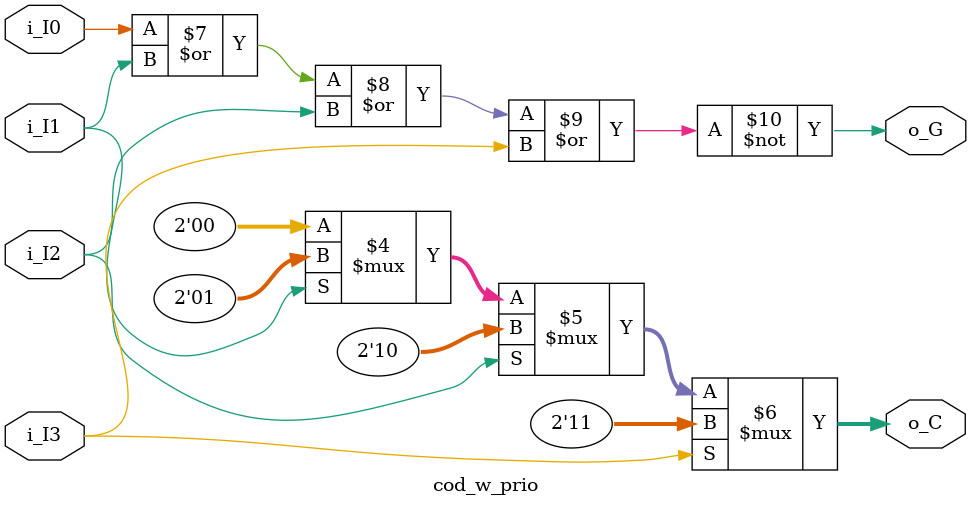
<source format=v>
module cod_w_prio (
    input i_I0,
    input i_I1,
    input i_I2,
    input i_I3,
    output reg [2-1:0] o_C,
    output reg o_G
);

assign o_C = (i_I3 == 1) ? 2'b11 : ((i_I2 == 1) ? 2'b10 : ((i_I1 == 1) ? 2'b01 : 2'b00));
assign o_G = ~(i_I0 | i_I1 | i_I2 | i_I3);


endmodule
</source>
